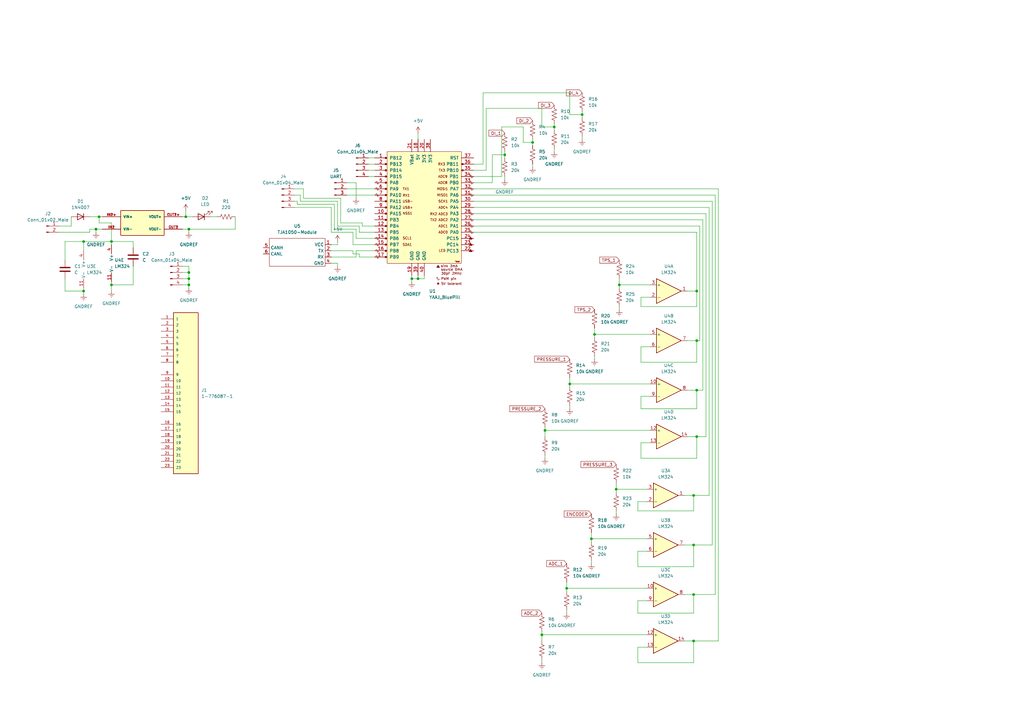
<source format=kicad_sch>
(kicad_sch (version 20211123) (generator eeschema)
  (paper "A3")
  (lib_symbols
    (symbol "1-776087-1:1-776087-1" (pin_names (offset 1.016))
      (property "Reference" "J" (at -5.08 33.7058 0))
      (property "Value" "1-776087-1" (at -5.08 -35.56 0))
      (symbol "1-776087-1_0_0"
        (rectangle (start -5.08 -33.02) (end 5.08 33.02) (stroke (width 0.254)) (fill (type background)))
        (pin passive line (at -10.16 30.48 0) (length 5.08) (name "1") (number "1"))
        (pin passive line (at -10.16 5.08 0) (length 5.08) (name "10") (number "10"))
        (pin passive line (at -10.16 2.54 0) (length 5.08) (name "11") (number "11"))
        (pin passive line (at -10.16 0 0) (length 5.08) (name "12") (number "12"))
        (pin passive line (at -10.16 -2.54 0) (length 5.08) (name "13") (number "13"))
        (pin passive line (at -10.16 -5.08 0) (length 5.08) (name "14") (number "14"))
        (pin passive line (at -10.16 -7.62 0) (length 5.08) (name "15") (number "15"))
        (pin passive line (at -10.16 -12.7 0) (length 5.08) (name "16") (number "16"))
        (pin passive line (at -10.16 -15.24 0) (length 5.08) (name "17") (number "17"))
        (pin passive line (at -10.16 -17.78 0) (length 5.08) (name "18") (number "18"))
        (pin passive line (at -10.16 -20.32 0) (length 5.08) (name "19") (number "19"))
        (pin passive line (at -10.16 27.94 0) (length 5.08) (name "2") (number "2"))
        (pin passive line (at -10.16 -22.86 0) (length 5.08) (name "20") (number "20"))
        (pin passive line (at -10.16 -25.4 0) (length 5.08) (name "21") (number "21"))
        (pin passive line (at -10.16 -27.94 0) (length 5.08) (name "22") (number "22"))
        (pin passive line (at -10.16 -30.48 0) (length 5.08) (name "23") (number "23"))
        (pin passive line (at -10.16 25.4 0) (length 5.08) (name "3") (number "3"))
        (pin passive line (at -10.16 22.86 0) (length 5.08) (name "4") (number "4"))
        (pin passive line (at -10.16 20.32 0) (length 5.08) (name "5") (number "5"))
        (pin passive line (at -10.16 17.78 0) (length 5.08) (name "6") (number "6"))
        (pin passive line (at -10.16 15.24 0) (length 5.08) (name "7") (number "7"))
        (pin passive line (at -10.16 12.7 0) (length 5.08) (name "8") (number "8"))
        (pin passive line (at -10.16 7.62 0) (length 5.08) (name "9") (number "9"))
      )
    )
    (symbol "Amplifier_Operational:LM324" (pin_names (offset 0.127))
      (property "Reference" "U" (at 0 5.08 0))
      (property "Value" "LM324" (at 0 -5.08 0))
      (symbol "LM324_1_1"
        (polyline (pts (xy -5.08 5.08) (xy 5.08 0) (xy -5.08 -5.08) (xy -5.08 5.08)) (stroke (width 0.254)) (fill (type background)))
        (pin output line (at 7.62 0 180) (length 2.54) (name "~") (number "1"))
        (pin input line (at -7.62 -2.54 0) (length 2.54) (name "-") (number "2"))
        (pin input line (at -7.62 2.54 0) (length 2.54) (name "+") (number "3"))
      )
      (symbol "LM324_2_1"
        (polyline (pts (xy -5.08 5.08) (xy 5.08 0) (xy -5.08 -5.08) (xy -5.08 5.08)) (stroke (width 0.254)) (fill (type background)))
        (pin input line (at -7.62 2.54 0) (length 2.54) (name "+") (number "5"))
        (pin input line (at -7.62 -2.54 0) (length 2.54) (name "-") (number "6"))
        (pin output line (at 7.62 0 180) (length 2.54) (name "~") (number "7"))
      )
      (symbol "LM324_3_1"
        (polyline (pts (xy -5.08 5.08) (xy 5.08 0) (xy -5.08 -5.08) (xy -5.08 5.08)) (stroke (width 0.254)) (fill (type background)))
        (pin input line (at -7.62 2.54 0) (length 2.54) (name "+") (number "10"))
        (pin output line (at 7.62 0 180) (length 2.54) (name "~") (number "8"))
        (pin input line (at -7.62 -2.54 0) (length 2.54) (name "-") (number "9"))
      )
      (symbol "LM324_4_1"
        (polyline (pts (xy -5.08 5.08) (xy 5.08 0) (xy -5.08 -5.08) (xy -5.08 5.08)) (stroke (width 0.254)) (fill (type background)))
        (pin input line (at -7.62 2.54 0) (length 2.54) (name "+") (number "12"))
        (pin input line (at -7.62 -2.54 0) (length 2.54) (name "-") (number "13"))
        (pin output line (at 7.62 0 180) (length 2.54) (name "~") (number "14"))
      )
      (symbol "LM324_5_1"
        (pin power_in line (at -2.54 -7.62 90) (length 3.81) (name "V-") (number "11"))
        (pin power_in line (at -2.54 7.62 270) (length 3.81) (name "V+") (number "4"))
      )
    )
    (symbol "Cheetah:TJA1050-Module"
      (property "Reference" "U" (at 1.27 -1.27 0))
      (property "Value" "TJA1050-Module" (at 8.89 -3.81 0))
      (symbol "TJA1050-Module_0_1"
        (rectangle (start 0 11.43) (end 22.86 0) (stroke (width 0.1524)))
      )
      (symbol "TJA1050-Module_1_1"
        (pin passive line (at -2.54 8.89 0) (length 2.54) (name "VCC") (number "1"))
        (pin passive line (at -2.54 6.35 0) (length 2.54) (name "TX") (number "2"))
        (pin passive line (at -2.54 3.81 0) (length 2.54) (name "RX") (number "3"))
        (pin passive line (at -2.54 1.27 0) (length 2.54) (name "GND") (number "4"))
        (pin passive line (at 25.4 7.62 180) (length 2.54) (name "CANH") (number "5"))
        (pin passive line (at 25.4 5.08 180) (length 2.54) (name "CANL") (number "6"))
      )
    )
    (symbol "Connector:Conn_01x02_Male" (pin_names (offset 1.016) hide)
      (property "Reference" "J" (at 0 2.54 0))
      (property "Value" "Conn_01x02_Male" (at 0 -5.08 0))
      (symbol "Conn_01x02_Male_1_1"
        (polyline (pts (xy 1.27 -2.54) (xy 0.8636 -2.54)) (stroke (width 0.1524)))
        (polyline (pts (xy 1.27 0) (xy 0.8636 0)) (stroke (width 0.1524)))
        (rectangle (start 0.8636 -2.413) (end 0 -2.667) (stroke (width 0.1524)) (fill (type outline)))
        (rectangle (start 0.8636 0.127) (end 0 -0.127) (stroke (width 0.1524)) (fill (type outline)))
        (pin passive line (at 5.08 0 180) (length 3.81) (name "Pin_1") (number "1"))
        (pin passive line (at 5.08 -2.54 180) (length 3.81) (name "Pin_2") (number "2"))
      )
    )
    (symbol "Connector:Conn_01x03_Male" (pin_names (offset 1.016) hide)
      (property "Reference" "J" (at 0 5.08 0))
      (property "Value" "Conn_01x03_Male" (at 0 -5.08 0))
      (symbol "Conn_01x03_Male_1_1"
        (polyline (pts (xy 1.27 -2.54) (xy 0.8636 -2.54)) (stroke (width 0.1524)))
        (polyline (pts (xy 1.27 0) (xy 0.8636 0)) (stroke (width 0.1524)))
        (polyline (pts (xy 1.27 2.54) (xy 0.8636 2.54)) (stroke (width 0.1524)))
        (rectangle (start 0.8636 -2.413) (end 0 -2.667) (stroke (width 0.1524)) (fill (type outline)))
        (rectangle (start 0.8636 0.127) (end 0 -0.127) (stroke (width 0.1524)) (fill (type outline)))
        (rectangle (start 0.8636 2.667) (end 0 2.413) (stroke (width 0.1524)) (fill (type outline)))
        (pin passive line (at 5.08 2.54 180) (length 3.81) (name "Pin_1") (number "1"))
        (pin passive line (at 5.08 0 180) (length 3.81) (name "Pin_2") (number "2"))
        (pin passive line (at 5.08 -2.54 180) (length 3.81) (name "Pin_3") (number "3"))
      )
    )
    (symbol "Connector:Conn_01x04_Male" (pin_names (offset 1.016) hide)
      (property "Reference" "J" (at 0 5.08 0))
      (property "Value" "Conn_01x04_Male" (at 0 -7.62 0))
      (symbol "Conn_01x04_Male_1_1"
        (polyline (pts (xy 1.27 -5.08) (xy 0.8636 -5.08)) (stroke (width 0.1524)))
        (polyline (pts (xy 1.27 -2.54) (xy 0.8636 -2.54)) (stroke (width 0.1524)))
        (polyline (pts (xy 1.27 0) (xy 0.8636 0)) (stroke (width 0.1524)))
        (polyline (pts (xy 1.27 2.54) (xy 0.8636 2.54)) (stroke (width 0.1524)))
        (rectangle (start 0.8636 -4.953) (end 0 -5.207) (stroke (width 0.1524)) (fill (type outline)))
        (rectangle (start 0.8636 -2.413) (end 0 -2.667) (stroke (width 0.1524)) (fill (type outline)))
        (rectangle (start 0.8636 0.127) (end 0 -0.127) (stroke (width 0.1524)) (fill (type outline)))
        (rectangle (start 0.8636 2.667) (end 0 2.413) (stroke (width 0.1524)) (fill (type outline)))
        (pin passive line (at 5.08 2.54 180) (length 3.81) (name "Pin_1") (number "1"))
        (pin passive line (at 5.08 0 180) (length 3.81) (name "Pin_2") (number "2"))
        (pin passive line (at 5.08 -2.54 180) (length 3.81) (name "Pin_3") (number "3"))
        (pin passive line (at 5.08 -5.08 180) (length 3.81) (name "Pin_4") (number "4"))
      )
    )
    (symbol "Device:C" (pin_numbers hide) (pin_names (offset 0.254))
      (property "Reference" "C" (at 0.635 2.54 0))
      (property "Value" "C" (at 0.635 -2.54 0))
      (symbol "C_0_1"
        (polyline (pts (xy -2.032 -0.762) (xy 2.032 -0.762)) (stroke (width 0.508)))
        (polyline (pts (xy -2.032 0.762) (xy 2.032 0.762)) (stroke (width 0.508)))
      )
      (symbol "C_1_1"
        (pin passive line (at 0 3.81 270) (length 2.794) (name "~") (number "1"))
        (pin passive line (at 0 -3.81 90) (length 2.794) (name "~") (number "2"))
      )
    )
    (symbol "Device:LED" (pin_numbers hide) (pin_names (offset 1.016) hide)
      (property "Reference" "D" (at 0 2.54 0))
      (property "Value" "LED" (at 0 -2.54 0))
      (symbol "LED_0_1"
        (polyline (pts (xy -1.27 -1.27) (xy -1.27 1.27)) (stroke (width 0.254)))
        (polyline (pts (xy -1.27 0) (xy 1.27 0)))
        (polyline (pts (xy 1.27 -1.27) (xy 1.27 1.27) (xy -1.27 0) (xy 1.27 -1.27)) (stroke (width 0.254)))
        (polyline (pts (xy -3.048 -0.762) (xy -4.572 -2.286) (xy -3.81 -2.286) (xy -4.572 -2.286) (xy -4.572 -1.524)))
        (polyline (pts (xy -1.778 -0.762) (xy -3.302 -2.286) (xy -2.54 -2.286) (xy -3.302 -2.286) (xy -3.302 -1.524)))
      )
      (symbol "LED_1_1"
        (pin passive line (at -3.81 0 0) (length 2.54) (name "K") (number "1"))
        (pin passive line (at 3.81 0 180) (length 2.54) (name "A") (number "2"))
      )
    )
    (symbol "Device:R_US" (pin_numbers hide) (pin_names (offset 0))
      (property "Reference" "R" (at 2.54 0 90))
      (property "Value" "R_US" (at -2.54 0 90))
      (symbol "R_US_0_1"
        (polyline (pts (xy 0 -2.286) (xy 0 -2.54)))
        (polyline (pts (xy 0 2.286) (xy 0 2.54)))
        (polyline (pts (xy 0 -0.762) (xy 1.016 -1.143) (xy 0 -1.524) (xy -1.016 -1.905) (xy 0 -2.286)))
        (polyline (pts (xy 0 0.762) (xy 1.016 0.381) (xy 0 0) (xy -1.016 -0.381) (xy 0 -0.762)))
        (polyline (pts (xy 0 2.286) (xy 1.016 1.905) (xy 0 1.524) (xy -1.016 1.143) (xy 0 0.762)))
      )
      (symbol "R_US_1_1"
        (pin passive line (at 0 3.81 270) (length 1.27) (name "~") (number "1"))
        (pin passive line (at 0 -3.81 90) (length 1.27) (name "~") (number "2"))
      )
    )
    (symbol "Diode:1N4007" (pin_numbers hide) (pin_names (offset 1.016) hide)
      (property "Reference" "D" (at 0 2.54 0))
      (property "Value" "1N4007" (at 0 -2.54 0))
      (symbol "1N4007_0_1"
        (polyline (pts (xy -1.27 1.27) (xy -1.27 -1.27)) (stroke (width 0.254)))
        (polyline (pts (xy 1.27 0) (xy -1.27 0)))
        (polyline (pts (xy 1.27 1.27) (xy 1.27 -1.27) (xy -1.27 0) (xy 1.27 1.27)) (stroke (width 0.254)))
      )
      (symbol "1N4007_1_1"
        (pin passive line (at -3.81 0 0) (length 2.54) (name "K") (number "1"))
        (pin passive line (at 3.81 0 180) (length 2.54) (name "A") (number "2"))
      )
    )
    (symbol "MP1584:MP1584" (pin_names (offset 1.016))
      (symbol "MP1584_0_0"
        (rectangle (start -7.62 -5.08) (end 10.16 5.08) (stroke (width 0.254)) (fill (type background)))
        (pin input line (at -15.24 -2.54 0) (length 7.62) (name "VIN-") (number "IN1"))
        (pin input line (at -15.24 2.54 0) (length 7.62) (name "VIN+") (number "IN1+"))
        (pin input line (at -15.24 -2.54 0) (length 7.62) (name "VIN-") (number "IN2"))
        (pin input line (at -15.24 2.54 0) (length 7.62) (name "VIN+") (number "IN2+"))
        (pin output line (at 17.78 -2.54 180) (length 7.62) (name "VOUT-") (number "OUT1"))
        (pin output line (at 17.78 2.54 180) (length 7.62) (name "VOUT+") (number "OUT1+"))
        (pin output line (at 17.78 -2.54 180) (length 7.62) (name "VOUT-") (number "OUT2"))
        (pin output line (at 17.78 2.54 180) (length 7.62) (name "VOUT+") (number "OUT2+"))
      )
    )
    (symbol "YAAJ_BluePill:YAAJ_BluePill" (pin_names (offset 1.016))
      (property "Reference" "U" (at -13.97 24.13 0))
      (property "Value" "YAAJ_BluePill" (at 0 6.35 90))
      (symbol "YAAJ_BluePill_0_0"
        (circle (center -15.748 -20.32) (radius 0.3556) (fill (type outline)))
        (circle (center -15.748 -17.78) (radius 0.3556) (fill (type outline)))
        (circle (center -15.748 -15.24) (radius 0.3556) (fill (type outline)))
        (circle (center -15.748 -12.7) (radius 0.3556) (fill (type outline)))
        (circle (center -15.748 -10.16) (radius 0.3556) (fill (type outline)))
        (circle (center -15.748 -7.62) (radius 0.3556) (fill (type outline)))
        (circle (center -15.748 -5.08) (radius 0.3556) (fill (type outline)))
        (circle (center -15.748 -2.54) (radius 0.3556) (fill (type outline)))
        (circle (center -15.748 0) (radius 0.3556) (fill (type outline)))
        (circle (center -15.748 2.54) (radius 0.3556) (fill (type outline)))
        (circle (center -15.748 5.08) (radius 0.3556) (fill (type outline)))
        (circle (center -15.748 7.62) (radius 0.3556) (fill (type outline)))
        (circle (center -15.748 10.16) (radius 0.3556) (fill (type outline)))
        (circle (center -15.748 12.7) (radius 0.3556) (fill (type outline)))
        (circle (center -15.748 15.24) (radius 0.3556) (fill (type outline)))
        (circle (center -15.748 20.32) (radius 0.3556) (fill (type outline)))
        (polyline (pts (xy 5.08 -24.638) (xy 5.715 -23.622) (xy 6.35 -24.638) (xy 5.08 -24.638) (xy 5.715 -23.749) (xy 6.223 -24.638) (xy 5.207 -24.511) (xy 5.715 -23.876) (xy 6.096 -24.638) (xy 5.334 -24.384) (xy 5.842 -24.003) (xy 5.969 -24.638) (xy 5.461 -24.257) (xy 5.969 -24.13) (xy 5.842 -24.511) (xy 5.588 -24.257) (xy 5.842 -24.384) (xy 5.715 -24.13)))
        (polyline (pts (xy 18.415 -18.161) (xy 19.05 -17.145) (xy 19.685 -18.161) (xy 18.415 -18.161) (xy 19.05 -17.272) (xy 19.558 -18.161) (xy 18.542 -18.034) (xy 19.05 -17.399) (xy 19.431 -18.161) (xy 18.669 -17.907) (xy 19.177 -17.526) (xy 19.304 -18.161) (xy 18.796 -17.78) (xy 19.304 -17.653) (xy 19.177 -18.034) (xy 18.923 -17.78) (xy 19.177 -17.907) (xy 19.05 -17.653)))
        (polyline (pts (xy 18.415 -15.621) (xy 19.05 -14.605) (xy 19.685 -15.621) (xy 18.415 -15.621) (xy 19.05 -14.732) (xy 19.558 -15.621) (xy 18.542 -15.494) (xy 19.05 -14.859) (xy 19.431 -15.621) (xy 18.669 -15.367) (xy 19.177 -14.986) (xy 19.304 -15.621) (xy 18.796 -15.24) (xy 19.304 -15.113) (xy 19.177 -15.494) (xy 18.923 -15.24) (xy 19.177 -15.367) (xy 19.05 -15.113)))
        (polyline (pts (xy 18.415 -13.081) (xy 19.05 -12.065) (xy 19.685 -13.081) (xy 18.415 -13.081) (xy 19.05 -12.192) (xy 19.558 -13.081) (xy 18.542 -12.954) (xy 19.05 -12.319) (xy 19.431 -13.081) (xy 18.669 -12.827) (xy 19.177 -12.446) (xy 19.304 -13.081) (xy 18.796 -12.7) (xy 19.304 -12.573) (xy 19.177 -12.954) (xy 18.923 -12.7) (xy 19.177 -12.827) (xy 19.05 -12.573)))
        (circle (center 5.715 -31.242) (radius 0.127) (fill (type outline)))
        (circle (center 5.715 -31.242) (radius 0.254))
        (circle (center 5.715 -31.242) (radius 0.3556))
        (circle (center 15.748 15.24) (radius 0.254) (fill (type outline)))
        (circle (center 15.748 15.24) (radius 0.3556))
        (circle (center 15.748 17.78) (radius 0.254) (fill (type outline)))
        (circle (center 15.748 17.78) (radius 0.3556))
        (text "30pF 2MHz" (at 11.176 -27.051 0) (effects (font (size 0.9906 0.9906))))
        (text "5V tolerant" (at 11.176 -31.242 0) (effects (font (size 0.9906 0.9906))))
        (text "ADC0" (at 7.747 -10.16 0) (effects (font (size 0.9906 0.9906))))
        (text "ADC1" (at 7.747 -7.62 0) (effects (font (size 0.9906 0.9906))))
        (text "ADC2" (at 7.747 -5.08 0) (effects (font (size 0.9906 0.9906))))
        (text "ADC3" (at 7.747 -2.667 0) (effects (font (size 0.9906 0.9906))))
        (text "ADC4" (at 7.747 0 0) (effects (font (size 0.9906 0.9906))))
        (text "ADC8" (at 7.62 10.16 0) (effects (font (size 0.9906 0.9906))))
        (text "ADC9" (at 7.62 12.7 0) (effects (font (size 0.9906 0.9906))))
        (text "LED" (at 7.366 -17.653 0) (effects (font (size 0.9906 0.9906))))
        (text "MISO1" (at 7.493 5.08 0) (effects (font (size 0.9906 0.9906))))
        (text "MOSI1" (at 7.493 7.62 0) (effects (font (size 0.9906 0.9906))))
        (text "NSS1" (at -6.858 -2.413 0) (effects (font (size 0.9906 0.9906))))
        (text "PWM pin" (at 10.033 -29.21 0) (effects (font (size 0.9906 0.9906))))
        (text "RX1" (at -7.366 4.953 0) (effects (font (size 0.9906 0.9906))))
        (text "RX2" (at 3.81 -2.667 0) (effects (font (size 0.9906 0.9906))))
        (text "RX3" (at 7.112 17.78 0) (effects (font (size 0.9906 0.9906))))
        (text "SCK1" (at 7.747 2.54 0) (effects (font (size 0.9906 0.9906))))
        (text "SCL1" (at -6.985 -12.573 0) (effects (font (size 0.9906 0.9906))))
        (text "SDA1" (at -6.985 -15.24 0) (effects (font (size 0.9906 0.9906))))
        (text "sink 3mA" (at 10.287 -24.003 0) (effects (font (size 0.9906 0.9906))))
        (text "source 0mA" (at 11.303 -25.4 0) (effects (font (size 0.9906 0.9906))))
        (text "TX1" (at -7.493 7.62 0) (effects (font (size 0.9906 0.9906))))
        (text "TX2" (at 3.81 -5.08 0) (effects (font (size 0.9906 0.9906))))
        (text "TX3" (at 7.239 15.24 0) (effects (font (size 0.9906 0.9906))))
        (text "USB+" (at -6.731 0 0) (effects (font (size 0.9906 0.9906))))
        (text "USB-" (at -6.731 2.54 0) (effects (font (size 0.9906 0.9906))))
        (text "Y@@J" (at 13.6906 -22.1488 0) (effects (font (size 0.508 0.508))))
      )
      (symbol "YAAJ_BluePill_0_1"
        (rectangle (start -15.24 22.86) (end 15.24 -22.86) (fill (type background)))
        (polyline (pts (xy -18.796 -20.32) (xy -18.796 -20.828) (xy -19.304 -20.828) (xy -19.304 -19.812) (xy -19.812 -19.812) (xy -19.812 -20.32)))
        (polyline (pts (xy -18.796 -17.78) (xy -18.796 -18.288) (xy -19.304 -18.288) (xy -19.304 -17.272) (xy -19.812 -17.272) (xy -19.812 -17.78)))
        (polyline (pts (xy -18.796 -15.24) (xy -18.796 -15.748) (xy -19.304 -15.748) (xy -19.304 -14.732) (xy -19.812 -14.732) (xy -19.812 -15.24)))
        (polyline (pts (xy -18.796 -12.7) (xy -18.796 -13.208) (xy -19.304 -13.208) (xy -19.304 -12.192) (xy -19.812 -12.192) (xy -19.812 -12.7)))
        (polyline (pts (xy -18.796 5.08) (xy -18.796 4.572) (xy -19.304 4.572) (xy -19.304 5.588) (xy -19.812 5.588) (xy -19.812 5.08)))
        (polyline (pts (xy -18.796 7.62) (xy -18.796 7.112) (xy -19.304 7.112) (xy -19.304 8.128) (xy -19.812 8.128) (xy -19.812 7.62)))
        (polyline (pts (xy -18.796 10.16) (xy -18.796 9.652) (xy -19.304 9.652) (xy -19.304 10.668) (xy -19.812 10.668) (xy -19.812 10.16)))
        (polyline (pts (xy 6.096 -29.21) (xy 6.096 -29.718) (xy 5.588 -29.718) (xy 5.588 -28.702) (xy 5.08 -28.702) (xy 5.08 -29.21)))
        (polyline (pts (xy 19.812 -10.16) (xy 19.812 -10.668) (xy 19.304 -10.668) (xy 19.304 -9.652) (xy 18.796 -9.652) (xy 18.796 -10.16)))
        (polyline (pts (xy 19.812 -7.62) (xy 19.812 -8.128) (xy 19.304 -8.128) (xy 19.304 -7.112) (xy 18.796 -7.112) (xy 18.796 -7.62)))
        (polyline (pts (xy 19.812 -5.08) (xy 19.812 -5.588) (xy 19.304 -5.588) (xy 19.304 -4.572) (xy 18.796 -4.572) (xy 18.796 -5.08)))
        (polyline (pts (xy 19.812 -2.54) (xy 19.812 -3.048) (xy 19.304 -3.048) (xy 19.304 -2.032) (xy 18.796 -2.032) (xy 18.796 -2.54)))
        (polyline (pts (xy 19.812 5.08) (xy 19.812 4.572) (xy 19.304 4.572) (xy 19.304 5.588) (xy 18.796 5.588) (xy 18.796 5.08)))
        (polyline (pts (xy 19.812 7.62) (xy 19.812 7.112) (xy 19.304 7.112) (xy 19.304 8.128) (xy 18.796 8.128) (xy 18.796 7.62)))
        (polyline (pts (xy 19.812 10.16) (xy 19.812 9.652) (xy 19.304 9.652) (xy 19.304 10.668) (xy 18.796 10.668) (xy 18.796 10.16)))
        (polyline (pts (xy 19.812 12.7) (xy 19.812 12.192) (xy 19.304 12.192) (xy 19.304 13.208) (xy 18.796 13.208) (xy 18.796 12.7)))
      )
      (symbol "YAAJ_BluePill_1_1"
        (circle (center -15.748 17.78) (radius 0.3556) (fill (type outline)))
        (pin bidirectional line (at -20.32 20.32 0) (length 5.08) (name "PB12") (number "1"))
        (pin bidirectional line (at -20.32 -2.54 0) (length 5.08) (name "PA15") (number "10"))
        (pin bidirectional line (at -20.32 -5.08 0) (length 5.08) (name "PB3") (number "11"))
        (pin bidirectional line (at -20.32 -7.62 0) (length 5.08) (name "PB4") (number "12"))
        (pin bidirectional line (at -20.32 -10.16 0) (length 5.08) (name "PB5") (number "13"))
        (pin bidirectional line (at -20.32 -12.7 0) (length 5.08) (name "PB6") (number "14"))
        (pin bidirectional line (at -20.32 -15.24 0) (length 5.08) (name "PB7") (number "15"))
        (pin bidirectional line (at -20.32 -17.78 0) (length 5.08) (name "PB8") (number "16"))
        (pin bidirectional line (at -20.32 -20.32 0) (length 5.08) (name "PB9") (number "17"))
        (pin power_in line (at -2.54 27.94 270) (length 5.08) (name "5V") (number "18"))
        (pin power_in line (at -5.08 -27.94 90) (length 5.08) (name "GND") (number "19"))
        (pin bidirectional line (at -20.32 17.78 0) (length 5.08) (name "PB13") (number "2"))
        (pin power_in line (at 0 27.94 270) (length 5.08) (name "3V3") (number "20"))
        (pin power_in line (at -5.08 27.94 270) (length 5.08) (name "VBat") (number "21"))
        (pin bidirectional line (at 20.32 -17.78 180) (length 5.08) (name "PC13") (number "22"))
        (pin bidirectional line (at 20.32 -15.24 180) (length 5.08) (name "PC14") (number "23"))
        (pin bidirectional line (at 20.32 -12.7 180) (length 5.08) (name "PC15") (number "24"))
        (pin bidirectional line (at 20.32 -10.16 180) (length 5.08) (name "PA0") (number "25"))
        (pin bidirectional line (at 20.32 -7.62 180) (length 5.08) (name "PA1") (number "26"))
        (pin bidirectional line (at 20.32 -5.08 180) (length 5.08) (name "PA2") (number "27"))
        (pin bidirectional line (at 20.32 -2.54 180) (length 5.08) (name "PA3") (number "28"))
        (pin bidirectional line (at 20.32 0 180) (length 5.08) (name "PA4") (number "29"))
        (pin bidirectional line (at -20.32 15.24 0) (length 5.08) (name "PB14") (number "3"))
        (pin bidirectional line (at 20.32 2.54 180) (length 5.08) (name "PA5") (number "30"))
        (pin bidirectional line (at 20.32 5.08 180) (length 5.08) (name "PA6") (number "31"))
        (pin bidirectional line (at 20.32 7.62 180) (length 5.08) (name "PA7") (number "32"))
        (pin bidirectional line (at 20.32 10.16 180) (length 5.08) (name "PB0") (number "33"))
        (pin bidirectional line (at 20.32 12.7 180) (length 5.08) (name "PB1") (number "34"))
        (pin bidirectional line (at 20.32 15.24 180) (length 5.08) (name "PB10") (number "35"))
        (pin bidirectional line (at 20.32 17.78 180) (length 5.08) (name "PB11") (number "36"))
        (pin input line (at 20.32 20.32 180) (length 5.08) (name "RST") (number "37"))
        (pin power_in line (at 2.54 27.94 270) (length 5.08) (name "3V3") (number "38"))
        (pin power_in line (at -2.54 -27.94 90) (length 5.08) (name "GND") (number "39"))
        (pin bidirectional line (at -20.32 12.7 0) (length 5.08) (name "PB15") (number "4"))
        (pin power_in line (at 0 -27.94 90) (length 5.08) (name "GND") (number "40"))
        (pin bidirectional line (at -20.32 10.16 0) (length 5.08) (name "PA8") (number "5"))
        (pin bidirectional line (at -20.32 7.62 0) (length 5.08) (name "PA9") (number "6"))
        (pin bidirectional line (at -20.32 5.08 0) (length 5.08) (name "PA10") (number "7"))
        (pin bidirectional line (at -20.32 2.54 0) (length 5.08) (name "PA11") (number "8"))
        (pin bidirectional line (at -20.32 0 0) (length 5.08) (name "PA12") (number "9"))
      )
    )
    (symbol "power:+5V" (power) (pin_names (offset 0))
      (property "Value" "+5V" (at 0 3.556 0))
      (symbol "+5V_0_1"
        (polyline (pts (xy -0.762 1.27) (xy 0 2.54)))
        (polyline (pts (xy 0 0) (xy 0 2.54)))
        (polyline (pts (xy 0 2.54) (xy 0.762 1.27)))
      )
      (symbol "+5V_1_1"
        (pin power_in line (at 0 0 90) (length 0) hide (name "+5V") (number "1"))
      )
    )
    (symbol "power:GNDREF" (power) (pin_names (offset 0))
      (property "Value" "GNDREF" (at 0 -3.81 0))
      (symbol "GNDREF_0_1"
        (polyline (pts (xy -0.635 -1.905) (xy 0.635 -1.905)))
        (polyline (pts (xy -0.127 -2.54) (xy 0.127 -2.54)))
        (polyline (pts (xy 0 -1.27) (xy 0 0)))
        (polyline (pts (xy 1.27 -1.27) (xy -1.27 -1.27)))
      )
      (symbol "GNDREF_1_1"
        (pin power_in line (at 0 0 270) (length 0) hide (name "GNDREF") (number "1"))
      )
    )
  )
  (junction (at 39.37 93.98))
  (junction (at 284.48 223.52))
  (junction (at 238.76 46.99))
  (junction (at 40.64 88.9))
  (junction (at 222.25 260.35))
  (junction (at 285.75 119.38))
  (junction (at 171.45 114.3))
  (junction (at 233.68 157.48))
  (junction (at 284.48 203.2))
  (junction (at 285.75 160.02))
  (junction (at 77.47 111.76))
  (junction (at 227.33 52.07))
  (junction (at 285.75 139.7))
  (junction (at 34.29 119.38))
  (junction (at 77.47 114.3))
  (junction (at 223.52 176.53))
  (junction (at 218.44 58.42))
  (junction (at 45.72 99.06))
  (junction (at 284.48 243.84))
  (junction (at 243.84 137.16))
  (junction (at 77.47 116.84))
  (junction (at 252.73 200.66))
  (junction (at 285.75 179.07))
  (junction (at 207.01 63.5))
  (junction (at 45.72 116.84))
  (junction (at 168.91 114.3))
  (junction (at 232.41 241.3))
  (junction (at 76.2 88.9))
  (junction (at 77.47 93.98))
  (junction (at 254 116.84))
  (junction (at 34.29 99.06))
  (junction (at 242.57 220.98))
  (junction (at 284.48 262.89))
  (wire (pts (xy 254 116.84) (xy 266.7 116.84)))
  (wire (pts (xy 205.74 52.07) (xy 214.63 52.07)))
  (wire (pts (xy 39.37 93.98) (xy 41.91 93.98)))
  (wire (pts (xy 138.43 99.06) (xy 138.43 100.33)))
  (wire (pts (xy 34.29 99.06) (xy 26.67 99.06)))
  (wire (pts (xy 261.62 226.06) (xy 261.62 232.41)))
  (wire (pts (xy 205.74 52.07) (xy 205.74 72.39)))
  (wire (pts (xy 227.33 52.07) (xy 227.33 53.34)))
  (wire (pts (xy 76.2 88.9) (xy 74.93 88.9)))
  (wire (pts (xy 285.75 119.38) (xy 281.94 119.38)))
  (wire (pts (xy 285.75 139.7) (xy 287.02 139.7)))
  (wire (pts (xy 265.43 246.38) (xy 261.62 246.38)))
  (wire (pts (xy 124.46 77.47) (xy 124.46 81.28)))
  (wire (pts (xy 34.29 99.06) (xy 45.72 99.06)))
  (wire (pts (xy 138.43 109.22) (xy 138.43 107.95)))
  (wire (pts (xy 148.59 91.44) (xy 148.59 92.71)))
  (wire (pts (xy 284.48 271.78) (xy 284.48 262.89)))
  (wire (pts (xy 77.47 116.84) (xy 77.47 118.11)))
  (wire (pts (xy 207.01 63.5) (xy 201.93 63.5)))
  (wire (pts (xy 199.39 69.85) (xy 194.31 69.85)))
  (wire (pts (xy 285.75 179.07) (xy 289.56 179.07)))
  (wire (pts (xy 74.93 111.76) (xy 77.47 111.76)))
  (wire (pts (xy 135.89 102.87) (xy 144.78 102.87)))
  (wire (pts (xy 289.56 87.63) (xy 194.31 87.63)))
  (wire (pts (xy 123.19 80.01) (xy 120.65 80.01)))
  (wire (pts (xy 243.84 146.05) (xy 243.84 147.32)))
  (wire (pts (xy 147.32 95.25) (xy 147.32 92.71)))
  (wire (pts (xy 233.68 157.48) (xy 266.7 157.48)))
  (wire (pts (xy 233.68 46.99) (xy 233.68 38.1)))
  (wire (pts (xy 146.05 74.93) (xy 142.24 74.93)))
  (wire (pts (xy 77.47 111.76) (xy 77.47 109.22)))
  (wire (pts (xy 284.48 243.84) (xy 293.37 243.84)))
  (wire (pts (xy 261.62 246.38) (xy 261.62 251.46)))
  (wire (pts (xy 207.01 63.5) (xy 207.01 64.77)))
  (wire (pts (xy 173.99 114.3) (xy 171.45 114.3)))
  (wire (pts (xy 265.43 226.06) (xy 261.62 226.06)))
  (wire (pts (xy 223.52 176.53) (xy 223.52 179.07)))
  (wire (pts (xy 262.89 162.56) (xy 262.89 167.64)))
  (wire (pts (xy 289.56 179.07) (xy 289.56 87.63)))
  (wire (pts (xy 284.48 209.55) (xy 284.48 203.2)))
  (wire (pts (xy 285.75 148.59) (xy 285.75 139.7)))
  (wire (pts (xy 139.7 91.44) (xy 148.59 91.44)))
  (wire (pts (xy 194.31 92.71) (xy 287.02 92.71)))
  (wire (pts (xy 261.62 232.41) (xy 284.48 232.41)))
  (wire (pts (xy 148.59 92.71) (xy 153.67 92.71)))
  (wire (pts (xy 77.47 95.25) (xy 77.47 93.98)))
  (wire (pts (xy 146.05 97.79) (xy 146.05 93.98)))
  (wire (pts (xy 262.89 148.59) (xy 285.75 148.59)))
  (wire (pts (xy 194.31 90.17) (xy 288.29 90.17)))
  (wire (pts (xy 261.62 251.46) (xy 284.48 251.46)))
  (wire (pts (xy 147.32 105.41) (xy 147.32 104.14)))
  (wire (pts (xy 26.67 99.06) (xy 26.67 106.68)))
  (wire (pts (xy 232.41 238.76) (xy 232.41 241.3)))
  (wire (pts (xy 77.47 116.84) (xy 77.47 114.3)))
  (wire (pts (xy 252.73 200.66) (xy 252.73 201.93)))
  (wire (pts (xy 252.73 198.12) (xy 252.73 200.66)))
  (wire (pts (xy 26.67 114.3) (xy 26.67 119.38)))
  (wire (pts (xy 135.89 95.25) (xy 144.78 95.25)))
  (wire (pts (xy 242.57 220.98) (xy 242.57 222.25)))
  (wire (pts (xy 34.29 99.06) (xy 34.29 102.87)))
  (wire (pts (xy 262.89 125.73) (xy 285.75 125.73)))
  (wire (pts (xy 151.13 67.31) (xy 153.67 67.31)))
  (wire (pts (xy 285.75 167.64) (xy 285.75 160.02)))
  (wire (pts (xy 292.1 223.52) (xy 292.1 82.55)))
  (wire (pts (xy 207.01 62.23) (xy 207.01 63.5)))
  (wire (pts (xy 137.16 93.98) (xy 137.16 83.82)))
  (wire (pts (xy 198.12 67.31) (xy 194.31 67.31)))
  (wire (pts (xy 54.61 101.6) (xy 54.61 99.06)))
  (wire (pts (xy 233.68 157.48) (xy 233.68 158.75)))
  (wire (pts (xy 238.76 55.88) (xy 238.76 57.15)))
  (wire (pts (xy 77.47 114.3) (xy 77.47 111.76)))
  (wire (pts (xy 77.47 93.98) (xy 74.93 93.98)))
  (wire (pts (xy 194.31 77.47) (xy 294.64 77.47)))
  (wire (pts (xy 45.72 91.44) (xy 40.64 91.44)))
  (wire (pts (xy 146.05 93.98) (xy 137.16 93.98)))
  (wire (pts (xy 284.48 203.2) (xy 280.67 203.2)))
  (wire (pts (xy 153.67 95.25) (xy 147.32 95.25)))
  (wire (pts (xy 168.91 113.03) (xy 168.91 114.3)))
  (wire (pts (xy 243.84 134.62) (xy 243.84 137.16)))
  (wire (pts (xy 142.24 77.47) (xy 153.67 77.47)))
  (wire (pts (xy 290.83 85.09) (xy 290.83 203.2)))
  (wire (pts (xy 168.91 114.3) (xy 171.45 114.3)))
  (wire (pts (xy 138.43 100.33) (xy 135.89 100.33)))
  (wire (pts (xy 137.16 83.82) (xy 121.92 83.82)))
  (wire (pts (xy 262.89 181.61) (xy 262.89 187.96)))
  (wire (pts (xy 74.93 109.22) (xy 77.47 109.22)))
  (wire (pts (xy 139.7 81.28) (xy 139.7 91.44)))
  (wire (pts (xy 284.48 232.41) (xy 284.48 223.52)))
  (wire (pts (xy 293.37 80.01) (xy 194.31 80.01)))
  (wire (pts (xy 254 125.73) (xy 254 127)))
  (wire (pts (xy 168.91 114.3) (xy 168.91 115.57)))
  (wire (pts (xy 138.43 92.71) (xy 138.43 82.55)))
  (wire (pts (xy 233.68 154.94) (xy 233.68 157.48)))
  (wire (pts (xy 222.25 270.51) (xy 222.25 271.78)))
  (wire (pts (xy 265.43 265.43) (xy 261.62 265.43)))
  (wire (pts (xy 266.7 181.61) (xy 262.89 181.61)))
  (wire (pts (xy 227.33 60.96) (xy 227.33 62.23)))
  (wire (pts (xy 201.93 74.93) (xy 194.31 74.93)))
  (wire (pts (xy 227.33 52.07) (xy 222.25 52.07)))
  (wire (pts (xy 144.78 104.14) (xy 144.78 102.87)))
  (wire (pts (xy 34.29 118.11) (xy 34.29 119.38)))
  (wire (pts (xy 261.62 265.43) (xy 261.62 271.78)))
  (wire (pts (xy 76.2 86.36) (xy 76.2 88.9)))
  (wire (pts (xy 232.41 250.19) (xy 232.41 251.46)))
  (wire (pts (xy 194.31 85.09) (xy 290.83 85.09)))
  (wire (pts (xy 123.19 82.55) (xy 123.19 80.01)))
  (wire (pts (xy 153.67 102.87) (xy 146.05 102.87)))
  (wire (pts (xy 254 114.3) (xy 254 116.84)))
  (wire (pts (xy 285.75 187.96) (xy 285.75 179.07)))
  (wire (pts (xy 45.72 99.06) (xy 54.61 99.06)))
  (wire (pts (xy 284.48 262.89) (xy 280.67 262.89)))
  (wire (pts (xy 281.94 139.7) (xy 285.75 139.7)))
  (wire (pts (xy 252.73 209.55) (xy 252.73 210.82)))
  (wire (pts (xy 120.65 77.47) (xy 124.46 77.47)))
  (wire (pts (xy 76.2 88.9) (xy 78.74 88.9)))
  (wire (pts (xy 198.12 38.1) (xy 198.12 67.31)))
  (wire (pts (xy 254 116.84) (xy 254 118.11)))
  (wire (pts (xy 24.13 92.71) (xy 29.21 92.71)))
  (wire (pts (xy 138.43 82.55) (xy 123.19 82.55)))
  (wire (pts (xy 147.32 104.14) (xy 144.78 104.14)))
  (wire (pts (xy 135.89 85.09) (xy 135.89 95.25)))
  (wire (pts (xy 252.73 200.66) (xy 265.43 200.66)))
  (wire (pts (xy 266.7 162.56) (xy 262.89 162.56)))
  (wire (pts (xy 171.45 54.61) (xy 171.45 57.15)))
  (wire (pts (xy 232.41 241.3) (xy 232.41 242.57)))
  (wire (pts (xy 45.72 99.06) (xy 45.72 91.44)))
  (wire (pts (xy 262.89 121.92) (xy 262.89 125.73)))
  (wire (pts (xy 262.89 142.24) (xy 262.89 148.59)))
  (wire (pts (xy 86.36 88.9) (xy 88.9 88.9)))
  (wire (pts (xy 265.43 205.74) (xy 261.62 205.74)))
  (wire (pts (xy 144.78 95.25) (xy 144.78 100.33)))
  (wire (pts (xy 146.05 81.28) (xy 146.05 74.93)))
  (wire (pts (xy 223.52 186.69) (xy 223.52 187.96)))
  (wire (pts (xy 45.72 100.33) (xy 45.72 99.06)))
  (wire (pts (xy 199.39 44.45) (xy 199.39 69.85)))
  (wire (pts (xy 222.25 259.08) (xy 222.25 260.35)))
  (wire (pts (xy 227.33 50.8) (xy 227.33 52.07)))
  (wire (pts (xy 173.99 113.03) (xy 173.99 114.3)))
  (wire (pts (xy 284.48 243.84) (xy 280.67 243.84)))
  (wire (pts (xy 171.45 114.3) (xy 171.45 113.03)))
  (wire (pts (xy 40.64 88.9) (xy 41.91 88.9)))
  (wire (pts (xy 285.75 179.07) (xy 281.94 179.07)))
  (wire (pts (xy 26.67 119.38) (xy 34.29 119.38)))
  (wire (pts (xy 205.74 72.39) (xy 194.31 72.39)))
  (wire (pts (xy 54.61 116.84) (xy 54.61 109.22)))
  (wire (pts (xy 266.7 142.24) (xy 262.89 142.24)))
  (wire (pts (xy 74.93 116.84) (xy 77.47 116.84)))
  (wire (pts (xy 222.25 260.35) (xy 265.43 260.35)))
  (wire (pts (xy 261.62 205.74) (xy 261.62 209.55)))
  (wire (pts (xy 238.76 46.99) (xy 233.68 46.99)))
  (wire (pts (xy 36.83 93.98) (xy 39.37 93.98)))
  (wire (pts (xy 153.67 105.41) (xy 147.32 105.41)))
  (wire (pts (xy 223.52 175.26) (xy 223.52 176.53)))
  (wire (pts (xy 24.13 95.25) (xy 36.83 95.25)))
  (wire (pts (xy 242.57 218.44) (xy 242.57 220.98)))
  (wire (pts (xy 222.25 44.45) (xy 199.39 44.45)))
  (wire (pts (xy 120.65 85.09) (xy 135.89 85.09)))
  (wire (pts (xy 39.37 95.25) (xy 39.37 93.98)))
  (wire (pts (xy 207.01 72.39) (xy 207.01 73.66)))
  (wire (pts (xy 138.43 107.95) (xy 135.89 107.95)))
  (wire (pts (xy 214.63 58.42) (xy 214.63 52.07)))
  (wire (pts (xy 121.92 82.55) (xy 120.65 82.55)))
  (wire (pts (xy 285.75 160.02) (xy 281.94 160.02)))
  (wire (pts (xy 45.72 115.57) (xy 45.72 116.84)))
  (wire (pts (xy 218.44 58.42) (xy 214.63 58.42)))
  (wire (pts (xy 290.83 203.2) (xy 284.48 203.2)))
  (wire (pts (xy 223.52 176.53) (xy 266.7 176.53)))
  (wire (pts (xy 238.76 46.99) (xy 238.76 48.26)))
  (wire (pts (xy 77.47 93.98) (xy 96.52 93.98)))
  (wire (pts (xy 74.93 114.3) (xy 77.47 114.3)))
  (wire (pts (xy 218.44 67.31) (xy 218.44 68.58)))
  (wire (pts (xy 243.84 137.16) (xy 266.7 137.16)))
  (wire (pts (xy 285.75 119.38) (xy 285.75 95.25)))
  (wire (pts (xy 266.7 121.92) (xy 262.89 121.92)))
  (wire (pts (xy 262.89 167.64) (xy 285.75 167.64)))
  (wire (pts (xy 261.62 209.55) (xy 284.48 209.55)))
  (wire (pts (xy 233.68 166.37) (xy 233.68 167.64)))
  (wire (pts (xy 284.48 223.52) (xy 292.1 223.52)))
  (wire (pts (xy 36.83 88.9) (xy 40.64 88.9)))
  (wire (pts (xy 242.57 220.98) (xy 265.43 220.98)))
  (wire (pts (xy 262.89 187.96) (xy 285.75 187.96)))
  (wire (pts (xy 261.62 271.78) (xy 284.48 271.78)))
  (wire (pts (xy 151.13 69.85) (xy 153.67 69.85)))
  (wire (pts (xy 34.29 119.38) (xy 34.29 120.65)))
  (wire (pts (xy 144.78 100.33) (xy 153.67 100.33)))
  (wire (pts (xy 294.64 77.47) (xy 294.64 262.89)))
  (wire (pts (xy 36.83 95.25) (xy 36.83 93.98)))
  (wire (pts (xy 201.93 63.5) (xy 201.93 74.93)))
  (wire (pts (xy 288.29 160.02) (xy 285.75 160.02)))
  (wire (pts (xy 284.48 223.52) (xy 280.67 223.52)))
  (wire (pts (xy 218.44 57.15) (xy 218.44 58.42)))
  (wire (pts (xy 153.67 97.79) (xy 146.05 97.79)))
  (wire (pts (xy 284.48 251.46) (xy 284.48 243.84)))
  (wire (pts (xy 243.84 137.16) (xy 243.84 138.43)))
  (wire (pts (xy 146.05 105.41) (xy 135.89 105.41)))
  (wire (pts (xy 45.72 116.84) (xy 45.72 119.38)))
  (wire (pts (xy 96.52 93.98) (xy 96.52 88.9)))
  (wire (pts (xy 29.21 92.71) (xy 29.21 88.9)))
  (wire (pts (xy 147.32 92.71) (xy 138.43 92.71)))
  (wire (pts (xy 238.76 45.72) (xy 238.76 46.99)))
  (wire (pts (xy 293.37 243.84) (xy 293.37 80.01)))
  (wire (pts (xy 146.05 102.87) (xy 146.05 105.41)))
  (wire (pts (xy 294.64 262.89) (xy 284.48 262.89)))
  (wire (pts (xy 232.41 241.3) (xy 265.43 241.3)))
  (wire (pts (xy 233.68 38.1) (xy 198.12 38.1)))
  (wire (pts (xy 222.25 260.35) (xy 222.25 262.89)))
  (wire (pts (xy 151.13 64.77) (xy 153.67 64.77)))
  (wire (pts (xy 222.25 52.07) (xy 222.25 44.45)))
  (wire (pts (xy 285.75 95.25) (xy 194.31 95.25)))
  (wire (pts (xy 142.24 80.01) (xy 153.67 80.01)))
  (wire (pts (xy 292.1 82.55) (xy 194.31 82.55)))
  (wire (pts (xy 287.02 92.71) (xy 287.02 139.7)))
  (wire (pts (xy 121.92 83.82) (xy 121.92 82.55)))
  (wire (pts (xy 40.64 91.44) (xy 40.64 88.9)))
  (wire (pts (xy 45.72 116.84) (xy 54.61 116.84)))
  (wire (pts (xy 151.13 72.39) (xy 153.67 72.39)))
  (wire (pts (xy 124.46 81.28) (xy 139.7 81.28)))
  (wire (pts (xy 218.44 58.42) (xy 218.44 59.69)))
  (wire (pts (xy 288.29 90.17) (xy 288.29 160.02)))
  (wire (pts (xy 242.57 229.87) (xy 242.57 231.14)))
  (wire (pts (xy 285.75 125.73) (xy 285.75 119.38)))
  (global_label "DI_4" (shape input) (at 238.76 38.1 180) (property "Referências entre as folhas" "${INTERSHEET_REFS}" (effects hide)))
  (global_label "DI_3" (shape input) (at 227.33 43.18 180) (property "Referências entre as folhas" "${INTERSHEET_REFS}" (effects hide)))
  (global_label "ADC_1" (shape input) (at 232.41 231.14 180) (property "Referências entre as folhas" "${INTERSHEET_REFS}" (effects hide)))
  (global_label "ENCODER" (shape input) (at 242.57 210.82 180) (property "Referências entre as folhas" "${INTERSHEET_REFS}" (effects hide)))
  (global_label "TPS_1" (shape input) (at 254 106.68 180) (property "Referências entre as folhas" "${INTERSHEET_REFS}" (effects hide)))
  (global_label "DI_2" (shape input) (at 218.44 49.53 180) (property "Referências entre as folhas" "${INTERSHEET_REFS}" (effects hide)))
  (global_label "PRESSURE_1" (shape input) (at 233.68 147.32 180) (property "Referências entre as folhas" "${INTERSHEET_REFS}" (effects hide)))
  (global_label "ADC_2" (shape input) (at 222.25 251.46 180) (property "Referências entre as folhas" "${INTERSHEET_REFS}" (effects hide)))
  (global_label "PRESSURE_2" (shape input) (at 223.52 167.64 180) (property "Referências entre as folhas" "${INTERSHEET_REFS}" (effects hide)))
  (global_label "DI_1" (shape input) (at 207.01 54.61 180) (property "Referências entre as folhas" "${INTERSHEET_REFS}" (effects hide)))
  (global_label "PRESSURE_3" (shape input) (at 252.73 190.5 180) (property "Referências entre as folhas" "${INTERSHEET_REFS}" (effects hide)))
  (global_label "TPS_2" (shape input) (at 243.84 127 180) (property "Referências entre as folhas" "${INTERSHEET_REFS}" (effects hide)))
  (symbol (lib_id "Device:R_US") (at 232.41 246.38 180) (unit 1)
    (property "Reference" "R13" (at 234.95 245.1099 0) (effects (justify right)))
    (property "Value" "20k" (at 234.95 247.6499 0) (effects (justify right)))
    (property "Footprint" "Resistor_SMD:R_0805_2012Metric" (effects hide))
  )
  (symbol (lib_id "Device:C") (at 54.61 105.41 0) (unit 1)
    (property "Reference" "C2" (at 58.42 104.1399 0) (effects (justify left)))
    (property "Value" "C" (at 58.42 106.6799 0) (effects (justify left)))
    (property "Footprint" "Capacitor_SMD:C_0805_2012Metric" (effects hide))
  )
  (symbol (lib_id "power:GNDREF") (at 238.76 57.15 0) (unit 1)
    (property "Reference" "#PWR0113" (effects hide))
    (property "Value" "GNDREF" (at 238.76 62.23 0))
  )
  (symbol (lib_id "Device:R_US") (at 233.68 151.13 180) (unit 1)
    (property "Reference" "R14" (at 236.22 149.8599 0) (effects (justify right)))
    (property "Value" "10k" (at 236.22 152.3999 0) (effects (justify right)))
    (property "Footprint" "Resistor_SMD:R_0805_2012Metric" (effects hide))
  )
  (symbol (lib_id "Amplifier_Operational:LM324") (at 273.05 243.84 0) (unit 3)
    (property "Reference" "U3" (at 273.05 233.68 0))
    (property "Value" "LM324" (at 273.05 236.22 0))
    (property "Footprint" "Package_DIP:DIP-14_W7.62mm_LongPads" (effects hide))
    (property "Datasheet" "http://www.ti.com/lit/ds/symlink/lm2902-n.pdf" (effects hide))
  )
  (symbol (lib_id "Device:R_US") (at 252.73 194.31 180) (unit 1)
    (property "Reference" "R22" (at 255.27 193.0399 0) (effects (justify right)))
    (property "Value" "10k" (at 255.27 195.5799 0) (effects (justify right)))
    (property "Footprint" "Resistor_SMD:R_0805_2012Metric" (effects hide))
  )
  (symbol (lib_id "Amplifier_Operational:LM324") (at 273.05 262.89 0) (unit 4)
    (property "Reference" "U3" (at 273.05 252.73 0))
    (property "Value" "LM324" (at 273.05 255.27 0))
    (property "Footprint" "Package_DIP:DIP-14_W7.62mm_LongPads" (effects hide))
    (property "Datasheet" "http://www.ti.com/lit/ds/symlink/lm2902-n.pdf" (effects hide))
  )
  (symbol (lib_id "Connector:Conn_01x04_Male") (at 115.57 80.01 0) (unit 1)
    (property "Reference" "J4" (at 116.205 72.39 0))
    (property "Value" "Conn_01x04_Male" (at 116.205 74.93 0))
    (property "Footprint" "Connector_PinHeader_2.54mm:PinHeader_1x04_P2.54mm_Vertical" (effects hide))
  )
  (symbol (lib_id "Device:R_US") (at 254 121.92 180) (unit 1)
    (property "Reference" "R25" (at 256.54 120.6499 0) (effects (justify right)))
    (property "Value" "20k" (at 256.54 123.1899 0) (effects (justify right)))
    (property "Footprint" "Resistor_SMD:R_0805_2012Metric" (effects hide))
  )
  (symbol (lib_id "Device:R_US") (at 92.71 88.9 90) (unit 1)
    (property "Reference" "R1" (at 92.71 82.55 90))
    (property "Value" "220" (at 92.71 85.09 90))
    (property "Footprint" "Resistor_SMD:R_0805_2012Metric" (effects hide))
  )
  (symbol (lib_id "power:GNDREF") (at 242.57 231.14 0) (unit 1)
    (property "Reference" "#PWR0123" (effects hide))
    (property "Value" "GNDREF" (at 242.57 236.22 0))
  )
  (symbol (lib_id "Cheetah:TJA1050-Module") (at 133.35 109.22 0) (mirror y) (unit 1)
    (property "Reference" "U5" (at 121.92 92.71 0))
    (property "Value" "TJA1050-Module" (at 121.92 95.25 0))
    (property "Footprint" "Cheetah:TJA1050-Module" (effects hide))
  )
  (symbol (lib_id "Device:R_US") (at 218.44 53.34 180) (unit 1)
    (property "Reference" "R4" (at 220.98 52.0699 0) (effects (justify right)))
    (property "Value" "10k" (at 220.98 54.6099 0) (effects (justify right)))
    (property "Footprint" "Resistor_SMD:R_0805_2012Metric" (effects hide))
  )
  (symbol (lib_id "Device:R_US") (at 223.52 182.88 180) (unit 1)
    (property "Reference" "R9" (at 226.06 181.6099 0) (effects (justify right)))
    (property "Value" "20k" (at 226.06 184.1499 0) (effects (justify right)))
    (property "Footprint" "Resistor_SMD:R_0805_2012Metric" (effects hide))
  )
  (symbol (lib_id "power:GNDREF") (at 146.05 81.28 0) (unit 1)
    (property "Reference" "#PWR0103" (effects hide))
    (property "Value" "GNDREF" (at 146.05 86.36 0))
  )
  (symbol (lib_id "power:GNDREF") (at 77.47 118.11 0) (unit 1)
    (property "Reference" "#PWR0106" (effects hide))
    (property "Value" "GNDREF" (at 77.47 123.19 0))
  )
  (symbol (lib_id "power:GNDREF") (at 227.33 62.23 0) (unit 1)
    (property "Reference" "#PWR0112" (effects hide))
    (property "Value" "GNDREF" (at 227.33 67.31 0))
  )
  (symbol (lib_id "Device:R_US") (at 242.57 226.06 180) (unit 1)
    (property "Reference" "R19" (at 245.11 224.7899 0) (effects (justify right)))
    (property "Value" "20k" (at 245.11 227.3299 0) (effects (justify right)))
    (property "Footprint" "Resistor_SMD:R_0805_2012Metric" (effects hide))
  )
  (symbol (lib_id "Amplifier_Operational:LM324") (at 273.05 223.52 0) (unit 2)
    (property "Reference" "U3" (at 273.05 213.36 0))
    (property "Value" "LM324" (at 273.05 215.9 0))
    (property "Footprint" "Package_DIP:DIP-14_W7.62mm_LongPads" (effects hide))
    (property "Datasheet" "http://www.ti.com/lit/ds/symlink/lm2902-n.pdf" (effects hide))
  )
  (symbol (lib_id "Connector:Conn_01x04_Male") (at 69.85 111.76 0) (unit 1)
    (property "Reference" "J3" (at 70.485 104.14 0))
    (property "Value" "Conn_01x04_Male" (at 70.485 106.68 0))
    (property "Footprint" "Connector_PinHeader_2.54mm:PinHeader_1x04_P2.54mm_Vertical" (effects hide))
  )
  (symbol (lib_id "power:GNDREF") (at 138.43 109.22 0) (mirror y) (unit 1)
    (property "Reference" "#PWR0101" (effects hide))
    (property "Value" "GNDREF" (at 138.43 114.3 0))
  )
  (symbol (lib_id "1-776087-1:1-776087-1") (at 76.2 161.29 0) (unit 1)
    (property "Reference" "J1" (at 82.55 160.0199 0) (effects (justify left)))
    (property "Value" "1-776087-1" (at 82.55 162.5599 0) (effects (justify left)))
    (property "Footprint" "TE_1-776087-1" (effects hide))
    (property "Comment" "1-776087-1" (effects hide))
    (property "EU_RoHS_Compliance" "Compliant" (effects hide))
  )
  (symbol (lib_id "power:GNDREF") (at 222.25 271.78 0) (unit 1)
    (property "Reference" "#PWR0121" (effects hide))
    (property "Value" "GNDREF" (at 222.25 276.86 0))
  )
  (symbol (lib_id "YAAJ_BluePill:YAAJ_BluePill") (at 173.99 85.09 0) (unit 1)
    (property "Reference" "U1" (at 176.0094 119.38 0) (effects (justify left)))
    (property "Value" "YAAJ_BluePill" (at 176.0094 121.92 0) (effects (justify left)))
    (property "Footprint" "STM32:YAAJ_BluePill_1" (effects hide))
  )
  (symbol (lib_id "power:GNDREF") (at 243.84 147.32 0) (unit 1)
    (property "Reference" "#PWR0110" (effects hide))
    (property "Value" "GNDREF" (at 243.84 152.4 0))
  )
  (symbol (lib_id "Amplifier_Operational:LM324") (at 274.32 179.07 0) (unit 4)
    (property "Reference" "U4" (at 274.32 168.91 0))
    (property "Value" "LM324" (at 274.32 171.45 0))
    (property "Footprint" "Package_DIP:DIP-14_W7.62mm_LongPads" (effects hide))
    (property "Datasheet" "http://www.ti.com/lit/ds/symlink/lm2902-n.pdf" (effects hide))
  )
  (symbol (lib_id "Amplifier_Operational:LM324") (at 274.32 139.7 0) (unit 2)
    (property "Reference" "U4" (at 274.32 129.54 0))
    (property "Value" "LM324" (at 274.32 132.08 0))
    (property "Footprint" "Package_DIP:DIP-14_W7.62mm_LongPads" (effects hide))
    (property "Datasheet" "http://www.ti.com/lit/ds/symlink/lm2902-n.pdf" (effects hide))
  )
  (symbol (lib_id "Diode:1N4007") (at 33.02 88.9 180) (unit 1)
    (property "Reference" "D1" (at 33.02 82.55 0))
    (property "Value" "1N4007" (at 33.02 85.09 0))
    (property "Footprint" "Diode_THT:D_DO-41_SOD81_P10.16mm_Horizontal" (effects hide))
    (property "Datasheet" "http://www.vishay.com/docs/88503/1n4001.pdf" (effects hide))
  )
  (symbol (lib_id "Connector:Conn_01x04_Male") (at 146.05 67.31 0) (unit 1)
    (property "Reference" "J6" (at 146.685 59.69 0))
    (property "Value" "Conn_01x04_Male" (at 146.685 62.23 0))
    (property "Footprint" "Connector_PinHeader_2.54mm:PinHeader_1x04_P2.54mm_Vertical" (effects hide))
  )
  (symbol (lib_id "power:GNDREF") (at 252.73 210.82 0) (unit 1)
    (property "Reference" "#PWR0120" (effects hide))
    (property "Value" "GNDREF" (at 252.73 215.9 0))
  )
  (symbol (lib_id "power:GNDREF") (at 45.72 119.38 0) (unit 1)
    (property "Reference" "#PWR0108" (effects hide))
    (property "Value" "GNDREF" (at 45.72 124.46 0))
  )
  (symbol (lib_id "Device:C") (at 26.67 110.49 0) (unit 1)
    (property "Reference" "C1" (at 30.48 109.2199 0) (effects (justify left)))
    (property "Value" "C" (at 30.48 111.7599 0) (effects (justify left)))
    (property "Footprint" "Capacitor_SMD:C_0805_2012Metric" (effects hide))
  )
  (symbol (lib_id "Device:R_US") (at 207.01 58.42 180) (unit 1)
    (property "Reference" "R2" (at 209.55 57.1499 0) (effects (justify right)))
    (property "Value" "10k" (at 209.55 59.6899 0) (effects (justify right)))
    (property "Footprint" "Resistor_SMD:R_0805_2012Metric" (effects hide))
  )
  (symbol (lib_id "Device:LED") (at 82.55 88.9 180) (unit 1)
    (property "Reference" "D2" (at 84.1375 81.28 0))
    (property "Value" "LED" (at 84.1375 83.82 0))
    (property "Footprint" "LED_THT:LED_D5.0mm" (effects hide))
  )
  (symbol (lib_id "power:GNDREF") (at 223.52 187.96 0) (unit 1)
    (property "Reference" "#PWR0119" (effects hide))
    (property "Value" "GNDREF" (at 223.52 193.04 0))
  )
  (symbol (lib_id "Amplifier_Operational:LM324") (at 274.32 119.38 0) (unit 1)
    (property "Reference" "U4" (at 274.32 109.22 0))
    (property "Value" "LM324" (at 274.32 111.76 0))
    (property "Footprint" "Package_DIP:DIP-14_W7.62mm_LongPads" (effects hide))
    (property "Datasheet" "http://www.ti.com/lit/ds/symlink/lm2902-n.pdf" (effects hide))
  )
  (symbol (lib_id "power:GNDREF") (at 232.41 251.46 0) (unit 1)
    (property "Reference" "#PWR0122" (effects hide))
    (property "Value" "GNDREF" (at 232.41 256.54 0))
  )
  (symbol (lib_id "power:GNDREF") (at 233.68 167.64 0) (unit 1)
    (property "Reference" "#PWR0111" (effects hide))
    (property "Value" "GNDREF" (at 233.68 172.72 0))
  )
  (symbol (lib_id "power:+5V") (at 138.43 99.06 0) (mirror y) (unit 1)
    (property "Reference" "#PWR0116" (effects hide))
    (property "Value" "+5V" (at 138.43 93.98 0))
  )
  (symbol (lib_id "Amplifier_Operational:LM324") (at 274.32 160.02 0) (unit 3)
    (property "Reference" "U4" (at 274.32 149.86 0))
    (property "Value" "LM324" (at 274.32 152.4 0))
    (property "Footprint" "Package_DIP:DIP-14_W7.62mm_LongPads" (effects hide))
    (property "Datasheet" "http://www.ti.com/lit/ds/symlink/lm2902-n.pdf" (effects hide))
  )
  (symbol (lib_id "Device:R_US") (at 238.76 41.91 180) (unit 1)
    (property "Reference" "R16" (at 241.3 40.6399 0) (effects (justify right)))
    (property "Value" "10k" (at 241.3 43.1799 0) (effects (justify right)))
    (property "Footprint" "Resistor_SMD:R_0805_2012Metric" (effects hide))
  )
  (symbol (lib_id "Device:R_US") (at 227.33 57.15 180) (unit 1)
    (property "Reference" "R11" (at 229.87 55.8799 0) (effects (justify right)))
    (property "Value" "20k" (at 229.87 58.4199 0) (effects (justify right)))
    (property "Footprint" "Resistor_SMD:R_0805_2012Metric" (effects hide))
  )
  (symbol (lib_id "power:+5V") (at 76.2 86.36 0) (unit 1)
    (property "Reference" "#PWR0104" (effects hide))
    (property "Value" "+5V" (at 76.2 81.28 0))
  )
  (symbol (lib_id "power:GNDREF") (at 254 127 0) (unit 1)
    (property "Reference" "#PWR0118" (effects hide))
    (property "Value" "GNDREF" (at 254 132.08 0))
  )
  (symbol (lib_id "Amplifier_Operational:LM324") (at 48.26 107.95 0) (unit 5)
    (property "Reference" "U4" (at 46.99 106.6799 0) (effects (justify left)))
    (property "Value" "LM324" (at 46.99 109.2199 0) (effects (justify left)))
    (property "Footprint" "Package_DIP:DIP-14_W7.62mm_LongPads" (effects hide))
    (property "Datasheet" "http://www.ti.com/lit/ds/symlink/lm2902-n.pdf" (effects hide))
  )
  (symbol (lib_id "power:GNDREF") (at 39.37 95.25 0) (unit 1)
    (property "Reference" "#PWR0109" (effects hide))
    (property "Value" "GNDREF" (at 39.37 100.33 0))
  )
  (symbol (lib_id "Device:R_US") (at 243.84 130.81 180) (unit 1)
    (property "Reference" "R20" (at 246.38 129.5399 0) (effects (justify right)))
    (property "Value" "10k" (at 246.38 132.0799 0) (effects (justify right)))
    (property "Footprint" "Resistor_SMD:R_0805_2012Metric" (effects hide))
  )
  (symbol (lib_id "power:+5V") (at 171.45 54.61 0) (unit 1)
    (property "Reference" "#PWR0102" (effects hide))
    (property "Value" "+5V" (at 171.45 49.53 0))
  )
  (symbol (lib_id "Device:R_US") (at 238.76 52.07 180) (unit 1)
    (property "Reference" "R17" (at 241.3 50.7999 0) (effects (justify right)))
    (property "Value" "20k" (at 241.3 53.3399 0) (effects (justify right)))
    (property "Footprint" "Resistor_SMD:R_0805_2012Metric" (effects hide))
  )
  (symbol (lib_id "Device:R_US") (at 232.41 234.95 180) (unit 1)
    (property "Reference" "R12" (at 234.95 233.6799 0) (effects (justify right)))
    (property "Value" "10k" (at 234.95 236.2199 0) (effects (justify right)))
    (property "Footprint" "Resistor_SMD:R_0805_2012Metric" (effects hide))
  )
  (symbol (lib_id "Device:R_US") (at 252.73 205.74 180) (unit 1)
    (property "Reference" "R23" (at 255.27 204.4699 0) (effects (justify right)))
    (property "Value" "20k" (at 255.27 207.0099 0) (effects (justify right)))
    (property "Footprint" "Resistor_SMD:R_0805_2012Metric" (effects hide))
  )
  (symbol (lib_id "Connector:Conn_01x02_Male") (at 19.05 92.71 0) (unit 1)
    (property "Reference" "J2" (at 19.685 87.63 0))
    (property "Value" "Conn_01x02_Male" (at 19.685 90.17 0))
    (property "Footprint" "Connector_PinHeader_2.54mm:PinHeader_1x02_P2.54mm_Vertical" (effects hide))
  )
  (symbol (lib_id "power:GNDREF") (at 207.01 73.66 0) (unit 1)
    (property "Reference" "#PWR0114" (effects hide))
    (property "Value" "GNDREF" (at 207.01 78.74 0))
  )
  (symbol (lib_id "Device:R_US") (at 222.25 266.7 180) (unit 1)
    (property "Reference" "R7" (at 224.79 265.4299 0) (effects (justify right)))
    (property "Value" "20k" (at 224.79 267.9699 0) (effects (justify right)))
    (property "Footprint" "Resistor_SMD:R_0805_2012Metric" (effects hide))
  )
  (symbol (lib_id "Device:R_US") (at 218.44 63.5 180) (unit 1)
    (property "Reference" "R5" (at 220.98 62.2299 0) (effects (justify right)))
    (property "Value" "20k" (at 220.98 64.7699 0) (effects (justify right)))
    (property "Footprint" "Resistor_SMD:R_0805_2012Metric" (effects hide))
  )
  (symbol (lib_id "Device:R_US") (at 223.52 171.45 180) (unit 1)
    (property "Reference" "R8" (at 226.06 170.1799 0) (effects (justify right)))
    (property "Value" "10k" (at 226.06 172.7199 0) (effects (justify right)))
    (property "Footprint" "Resistor_SMD:R_0805_2012Metric" (effects hide))
  )
  (symbol (lib_id "Device:R_US") (at 222.25 255.27 180) (unit 1)
    (property "Reference" "R6" (at 224.79 253.9999 0) (effects (justify right)))
    (property "Value" "10k" (at 224.79 256.5399 0) (effects (justify right)))
    (property "Footprint" "Resistor_SMD:R_0805_2012Metric" (effects hide))
  )
  (symbol (lib_id "Device:R_US") (at 233.68 162.56 180) (unit 1)
    (property "Reference" "R15" (at 236.22 161.2899 0) (effects (justify right)))
    (property "Value" "20k" (at 236.22 163.8299 0) (effects (justify right)))
    (property "Footprint" "Resistor_SMD:R_0805_2012Metric" (effects hide))
  )
  (symbol (lib_id "Device:R_US") (at 207.01 68.58 180) (unit 1)
    (property "Reference" "R3" (at 209.55 67.3099 0) (effects (justify right)))
    (property "Value" "20k" (at 209.55 69.8499 0) (effects (justify right)))
    (property "Footprint" "Resistor_SMD:R_0805_2012Metric" (effects hide))
  )
  (symbol (lib_id "Amplifier_Operational:LM324") (at 273.05 203.2 0) (unit 1)
    (property "Reference" "U3" (at 273.05 193.04 0))
    (property "Value" "LM324" (at 273.05 195.58 0))
    (property "Footprint" "Package_DIP:DIP-14_W7.62mm_LongPads" (effects hide))
    (property "Datasheet" "http://www.ti.com/lit/ds/symlink/lm2902-n.pdf" (effects hide))
  )
  (symbol (lib_id "power:GNDREF") (at 34.29 120.65 0) (unit 1)
    (property "Reference" "#PWR0107" (effects hide))
    (property "Value" "GNDREF" (at 34.29 125.73 0))
  )
  (symbol (lib_id "power:GNDREF") (at 218.44 68.58 0) (unit 1)
    (property "Reference" "#PWR0115" (effects hide))
    (property "Value" "GNDREF" (at 218.44 73.66 0))
  )
  (symbol (lib_id "Connector:Conn_01x03_Male") (at 137.16 77.47 0) (unit 1)
    (property "Reference" "J5" (at 137.795 69.85 0))
    (property "Value" "UART" (at 137.795 72.39 0))
    (property "Footprint" "Connector_PinHeader_2.54mm:PinHeader_1x03_P2.54mm_Vertical" (effects hide))
  )
  (symbol (lib_id "Device:R_US") (at 242.57 214.63 180) (unit 1)
    (property "Reference" "R18" (at 245.11 213.3599 0) (effects (justify right)))
    (property "Value" "10k" (at 245.11 215.8999 0) (effects (justify right)))
    (property "Footprint" "Resistor_SMD:R_0805_2012Metric" (effects hide))
  )
  (symbol (lib_id "Device:R_US") (at 254 110.49 180) (unit 1)
    (property "Reference" "R24" (at 256.54 109.2199 0) (effects (justify right)))
    (property "Value" "10k" (at 256.54 111.7599 0) (effects (justify right)))
    (property "Footprint" "Resistor_SMD:R_0805_2012Metric" (effects hide))
  )
  (symbol (lib_id "Device:R_US") (at 227.33 46.99 180) (unit 1)
    (property "Reference" "R10" (at 229.87 45.7199 0) (effects (justify right)))
    (property "Value" "10k" (at 229.87 48.2599 0) (effects (justify right)))
    (property "Footprint" "Resistor_SMD:R_0805_2012Metric" (effects hide))
  )
  (symbol (lib_id "power:GNDREF") (at 77.47 95.25 0) (unit 1)
    (property "Reference" "#PWR0105" (effects hide))
    (property "Value" "GNDREF" (at 77.47 100.33 0))
  )
  (symbol (lib_id "power:GNDREF") (at 168.91 115.57 0) (unit 1)
    (property "Reference" "#PWR0117" (effects hide))
    (property "Value" "GNDREF" (at 168.91 120.65 0))
  )
  (symbol (lib_id "MP1584:MP1584") (at 57.15 91.44 0) (unit 1)
    (property "Reference" "U2" (effects hide))
    (property "Value" "MP1584" (effects hide))
    (property "Footprint" "MP1584:DC-BRICK" (effects hide))
  )
  (symbol (lib_id "Device:R_US") (at 243.84 142.24 180) (unit 1)
    (property "Reference" "R21" (at 246.38 140.9699 0) (effects (justify right)))
    (property "Value" "20k" (at 246.38 143.5099 0) (effects (justify right)))
    (property "Footprint" "Resistor_SMD:R_0805_2012Metric" (effects hide))
  )
  (symbol (lib_id "Amplifier_Operational:LM324") (at 36.83 110.49 0) (unit 5)
    (property "Reference" "U3" (at 35.56 109.2199 0) (effects (justify left)))
    (property "Value" "LM324" (at 35.56 111.7599 0) (effects (justify left)))
    (property "Footprint" "Package_DIP:DIP-14_W7.62mm_LongPads" (effects hide))
    (property "Datasheet" "http://www.ti.com/lit/ds/symlink/lm2902-n.pdf" (effects hide))
  )
)
</source>
